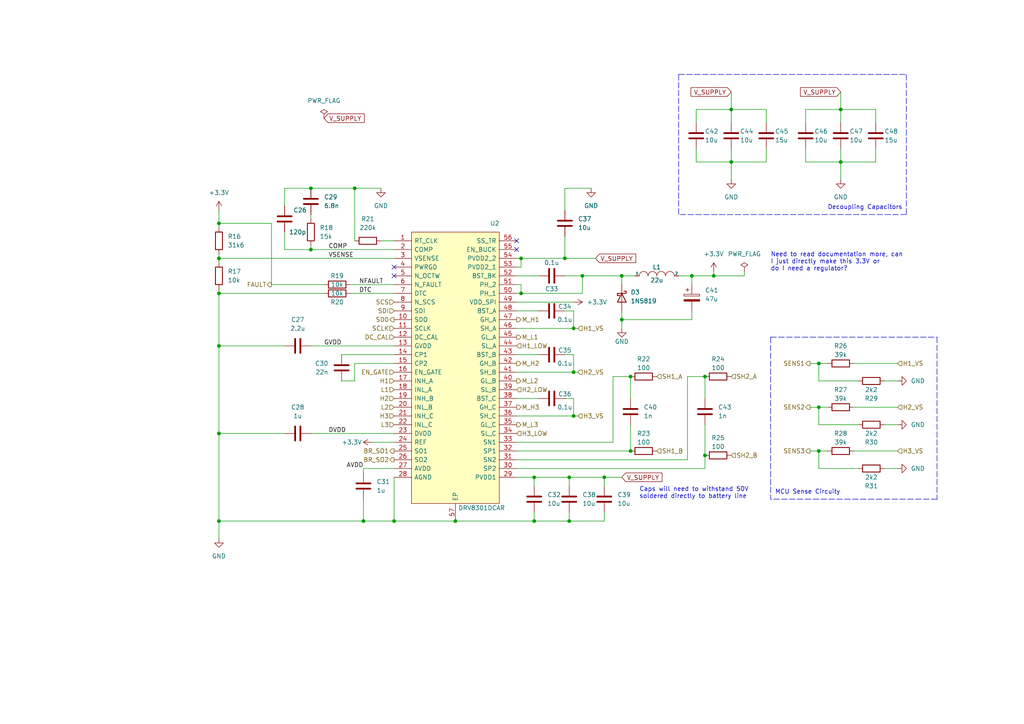
<source format=kicad_sch>
(kicad_sch (version 20211123) (generator eeschema)
  (paper "A4")
  (title_block (title "BLDC Electronic Speed Controller 1.0") (date "2023-01-16") (rev "ESC 1.0") (company "Electrium Mobility") (comment 1 "Motor Driver"))
  (lib_symbols
    (symbol "DRV8301DCAR:DRV8301DCAR" (pin_names (offset 0.762))
      (property "Reference" "U2" (at 29.21 5.08 0))
      (property "Value" "DRV8301DCAR" (at 25.4 -77.47 0))
      (symbol "DRV8301DCAR_0_0"
        (pin input line (at 0 0 0) (length 5.08) (name "RT_CLK") (number "1"))
        (pin output line (at 0 -22.86 0) (length 5.08) (name "SDO") (number "10"))
        (pin input line (at 0 -25.4 0) (length 5.08) (name "SCLK") (number "11"))
        (pin input line (at 0 -27.94 0) (length 5.08) (name "DC_CAL") (number "12"))
        (pin passive line (at 0 -30.48 0) (length 5.08) (name "GVDD") (number "13"))
        (pin passive line (at 0 -33.02 0) (length 5.08) (name "CP1") (number "14"))
        (pin passive line (at 0 -35.56 0) (length 5.08) (name "CP2") (number "15"))
        (pin input line (at 0 -38.1 0) (length 5.08) (name "EN_GATE") (number "16"))
        (pin input line (at 0 -40.64 0) (length 5.08) (name "INH_A") (number "17"))
        (pin input line (at 0 -43.18 0) (length 5.08) (name "INL_A") (number "18"))
        (pin input line (at 0 -45.72 0) (length 5.08) (name "INH_B") (number "19"))
        (pin output line (at 0 -2.54 0) (length 5.08) (name "COMP") (number "2"))
        (pin input line (at 0 -48.26 0) (length 5.08) (name "INL_B") (number "20"))
        (pin input line (at 0 -50.8 0) (length 5.08) (name "INH_C") (number "21"))
        (pin input line (at 0 -53.34 0) (length 5.08) (name "INL_C") (number "22"))
        (pin passive line (at 0 -55.88 0) (length 5.08) (name "DVDD") (number "23"))
        (pin input line (at 0 -58.42 0) (length 5.08) (name "REF") (number "24"))
        (pin output line (at 0 -60.96 0) (length 5.08) (name "SO1") (number "25"))
        (pin output line (at 0 -63.5 0) (length 5.08) (name "SO2") (number "26"))
        (pin passive line (at 0 -66.04 0) (length 5.08) (name "AVDD") (number "27"))
        (pin power_in line (at 0 -68.58 0) (length 5.08) (name "AGND") (number "28"))
        (pin power_in line (at 35.56 -68.58 180) (length 5.08) (name "PVDD1") (number "29"))
        (pin input line (at 0 -5.08 0) (length 5.08) (name "VSENSE") (number "3"))
        (pin input line (at 35.56 -66.04 180) (length 5.08) (name "SP2") (number "30"))
        (pin input line (at 35.56 -63.5 180) (length 5.08) (name "SN2") (number "31"))
        (pin input line (at 35.56 -60.96 180) (length 5.08) (name "SP1") (number "32"))
        (pin input line (at 35.56 -58.42 180) (length 5.08) (name "SN1") (number "33"))
        (pin input line (at 35.56 -55.88 180) (length 5.08) (name "SL_C") (number "34"))
        (pin output line (at 35.56 -53.34 180) (length 5.08) (name "GL_C") (number "35"))
        (pin input line (at 35.56 -50.8 180) (length 5.08) (name "SH_C") (number "36"))
        (pin output line (at 35.56 -48.26 180) (length 5.08) (name "GH_C") (number "37"))
        (pin passive line (at 35.56 -45.72 180) (length 5.08) (name "BST_C") (number "38"))
        (pin input line (at 35.56 -43.18 180) (length 5.08) (name "SL_B") (number "39"))
        (pin output line (at 0 -7.62 0) (length 5.08) (name "PWRGD") (number "4"))
        (pin output line (at 35.56 -40.64 180) (length 5.08) (name "GL_B") (number "40"))
        (pin input line (at 35.56 -38.1 180) (length 5.08) (name "SH_B") (number "41"))
        (pin output line (at 35.56 -35.56 180) (length 5.08) (name "GH_B") (number "42"))
        (pin passive line (at 35.56 -33.02 180) (length 5.08) (name "BST_B") (number "43"))
        (pin input line (at 35.56 -30.48 180) (length 5.08) (name "SL_A") (number "44"))
        (pin output line (at 35.56 -27.94 180) (length 5.08) (name "GL_A") (number "45"))
        (pin input line (at 35.56 -25.4 180) (length 5.08) (name "SH_A") (number "46"))
        (pin output line (at 35.56 -22.86 180) (length 5.08) (name "GH_A") (number "47"))
        (pin passive line (at 35.56 -20.32 180) (length 5.08) (name "BST_A") (number "48"))
        (pin input line (at 35.56 -17.78 180) (length 5.08) (name "VDD_SPI") (number "49"))
        (pin output line (at 0 -10.16 0) (length 5.08) (name "N_OCTW") (number "5"))
        (pin passive line (at 35.56 -15.24 180) (length 5.08) (name "PH_1") (number "50"))
        (pin output line (at 35.56 -12.7 180) (length 5.08) (name "PH_2") (number "51"))
        (pin passive line (at 35.56 -10.16 180) (length 5.08) (name "BST_BK") (number "52"))
        (pin power_in line (at 35.56 -7.62 180) (length 5.08) (name "PVDD2_1") (number "53"))
        (pin power_in line (at 35.56 -5.08 180) (length 5.08) (name "PVDD2_2") (number "54"))
        (pin input line (at 35.56 -2.54 180) (length 5.08) (name "EN_BUCK") (number "55"))
        (pin input line (at 35.56 0 180) (length 5.08) (name "SS_TR") (number "56"))
        (pin passive line (at 17.78 -81.28 90) (length 5.08) (name "EP") (number "57"))
        (pin input line (at 0 -12.7 0) (length 5.08) (name "N_FAULT") (number "6"))
        (pin input line (at 0 -15.24 0) (length 5.08) (name "DTC") (number "7"))
        (pin input line (at 0 -17.78 0) (length 5.08) (name "N_SCS") (number "8"))
        (pin input line (at 0 -20.32 0) (length 5.08) (name "SDI") (number "9"))
      )
      (symbol "DRV8301DCAR_0_1"
        (polyline (pts (xy 5.08 2.54) (xy 30.48 2.54) (xy 30.48 -76.2) (xy 5.08 -76.2) (xy 5.08 2.54)) (stroke (width 0.1524)) (fill (type background)))
      )
    )
    (symbol "Device:C" (pin_numbers hide) (pin_names (offset 0.254))
      (property "Reference" "C" (at 0.635 2.54 0))
      (property "Value" "C" (at 0.635 -2.54 0))
      (symbol "C_0_1"
        (polyline (pts (xy -2.032 -0.762) (xy 2.032 -0.762)) (stroke (width 0.508)))
        (polyline (pts (xy -2.032 0.762) (xy 2.032 0.762)) (stroke (width 0.508)))
      )
      (symbol "C_1_1"
        (pin passive line (at 0 3.81 270) (length 2.794) (name "~") (number "1"))
        (pin passive line (at 0 -3.81 90) (length 2.794) (name "~") (number "2"))
      )
    )
    (symbol "Device:C_Polarized" (pin_numbers hide) (pin_names (offset 0.254))
      (property "Reference" "C" (at 0.635 2.54 0))
      (property "Value" "C_Polarized" (at 0.635 -2.54 0))
      (symbol "C_Polarized_0_1"
        (rectangle (start -2.286 0.508) (end 2.286 1.016))
        (polyline (pts (xy -1.778 2.286) (xy -0.762 2.286)))
        (polyline (pts (xy -1.27 2.794) (xy -1.27 1.778)))
        (rectangle (start 2.286 -0.508) (end -2.286 -1.016) (fill (type outline)))
      )
      (symbol "C_Polarized_1_1"
        (pin passive line (at 0 3.81 270) (length 2.794) (name "~") (number "1"))
        (pin passive line (at 0 -3.81 90) (length 2.794) (name "~") (number "2"))
      )
    )
    (symbol "Device:R" (pin_numbers hide) (pin_names (offset 0))
      (property "Reference" "R" (at 2.032 0 90))
      (property "Value" "R" (at 0 0 90))
      (symbol "R_0_1"
        (rectangle (start -1.016 -2.54) (end 1.016 2.54) (stroke (width 0.254)))
      )
      (symbol "R_1_1"
        (pin passive line (at 0 3.81 270) (length 1.27) (name "~") (number "1"))
        (pin passive line (at 0 -3.81 90) (length 1.27) (name "~") (number "2"))
      )
    )
    (symbol "Diode:1N5819" (pin_numbers hide) (pin_names (offset 1.016) hide)
      (property "Reference" "D" (at 0 2.54 0))
      (property "Value" "1N5819" (at 0 -2.54 0))
      (symbol "1N5819_0_1"
        (polyline (pts (xy 1.27 0) (xy -1.27 0)))
        (polyline (pts (xy 1.27 1.27) (xy 1.27 -1.27) (xy -1.27 0) (xy 1.27 1.27)) (stroke (width 0.254)))
        (polyline (pts (xy -1.905 0.635) (xy -1.905 1.27) (xy -1.27 1.27) (xy -1.27 -1.27) (xy -0.635 -1.27) (xy -0.635 -0.635)) (stroke (width 0.254)))
      )
      (symbol "1N5819_1_1"
        (pin passive line (at -3.81 0 0) (length 2.54) (name "K") (number "1"))
        (pin passive line (at 3.81 0 180) (length 2.54) (name "A") (number "2"))
      )
    )
    (symbol "power:+3.3V" (power) (pin_names (offset 0))
      (property "Value" "+3.3V" (at 0 3.556 0))
      (symbol "+3.3V_0_1"
        (polyline (pts (xy -0.762 1.27) (xy 0 2.54)))
        (polyline (pts (xy 0 0) (xy 0 2.54)))
        (polyline (pts (xy 0 2.54) (xy 0.762 1.27)))
      )
      (symbol "+3.3V_1_1"
        (pin power_in line (at 0 0 90) (length 0) hide (name "+3.3V") (number "1"))
      )
    )
    (symbol "power:GND" (power) (pin_names (offset 0))
      (property "Value" "GND" (at 0 -3.81 0))
      (symbol "GND_0_1"
        (polyline (pts (xy 0 0) (xy 0 -1.27) (xy 1.27 -1.27) (xy 0 -2.54) (xy -1.27 -1.27) (xy 0 -1.27)))
      )
      (symbol "GND_1_1"
        (pin power_in line (at 0 0 270) (length 0) hide (name "GND") (number "1"))
      )
    )
    (symbol "power:PWR_FLAG" (power) (pin_numbers hide) (pin_names (offset 0) hide)
      (property "Value" "PWR_FLAG" (at 0 3.81 0))
      (symbol "PWR_FLAG_0_0"
        (pin power_out line (at 0 0 90) (length 0) (name "pwr") (number "1"))
      )
      (symbol "PWR_FLAG_0_1"
        (polyline (pts (xy 0 0) (xy 0 1.27) (xy -1.016 1.905) (xy 0 2.54) (xy 1.016 1.905) (xy 0 1.27)))
      )
    )
    (symbol "pspice:INDUCTOR" (pin_numbers hide) (pin_names (offset 0))
      (property "Reference" "L" (at 0 2.54 0))
      (property "Value" "INDUCTOR" (at 0 -1.27 0))
      (symbol "INDUCTOR_0_1"
        (arc (start -2.54 0) (mid -3.81 1.27) (end -5.08 0))
        (arc (start 0 0) (mid -1.27 1.27) (end -2.54 0))
        (arc (start 2.54 0) (mid 1.27 1.27) (end 0 0))
        (arc (start 5.08 0) (mid 3.81 1.27) (end 2.54 0))
      )
      (symbol "INDUCTOR_1_1"
        (pin input line (at -6.35 0 0) (length 1.27) (name "1") (number "1"))
        (pin input line (at 6.35 0 180) (length 1.27) (name "2") (number "2"))
      )
    )
  )
  (junction (at 237.49 105.41))
  (junction (at 132.08 151.13))
  (junction (at 165.1 138.43))
  (junction (at 175.26 138.43))
  (junction (at 168.91 80.01))
  (junction (at 63.5 125.73))
  (junction (at 166.37 95.25))
  (junction (at 151.13 74.93))
  (junction (at 200.66 80.01))
  (junction (at 151.13 85.09))
  (junction (at 243.84 31.75))
  (junction (at 63.5 74.93))
  (junction (at 166.37 107.95))
  (junction (at 63.5 85.09))
  (junction (at 243.84 46.99))
  (junction (at 207.01 80.01))
  (junction (at 63.5 64.77))
  (junction (at 180.34 80.01))
  (junction (at 90.17 72.39))
  (junction (at 114.3 151.13))
  (junction (at 90.17 54.61))
  (junction (at 204.47 132.08))
  (junction (at 63.5 151.13))
  (junction (at 180.34 92.71))
  (junction (at 163.83 74.93))
  (junction (at 63.5 100.33))
  (junction (at 166.37 120.65))
  (junction (at 165.1 151.13))
  (junction (at 212.09 31.75))
  (junction (at 154.94 151.13))
  (junction (at 105.41 151.13))
  (junction (at 212.09 46.99))
  (junction (at 237.49 118.11))
  (junction (at 182.88 109.22))
  (junction (at 237.49 130.81))
  (junction (at 102.87 54.61))
  (junction (at 154.94 138.43))
  (junction (at 182.88 130.81))
  (junction (at 204.47 109.22))
  (no_connect (at 114.3 80.01))
  (no_connect (at 149.86 69.85))
  (no_connect (at 149.86 72.39))
  (no_connect (at 114.3 77.47))
  (wire (pts (xy 105.41 135.89) (xy 105.41 137.16)))
  (wire (pts (xy 163.83 102.87) (xy 166.37 102.87)))
  (wire (pts (xy 149.86 90.17) (xy 156.21 90.17)))
  (wire (pts (xy 237.49 130.81) (xy 240.03 130.81)))
  (wire (pts (xy 243.84 46.99) (xy 254 46.99)))
  (wire (pts (xy 256.54 110.49) (xy 260.35 110.49)))
  (wire (pts (xy 201.93 46.99) (xy 212.09 46.99)))
  (polyline (pts (xy 262.89 21.59) (xy 262.89 62.23)))
  (wire (pts (xy 256.54 135.89) (xy 260.35 135.89)))
  (polyline (pts (xy 271.78 97.79) (xy 271.78 144.78)))
  (wire (pts (xy 149.86 133.35) (xy 199.39 133.35)))
  (wire (pts (xy 149.86 82.55) (xy 151.13 82.55)))
  (wire (pts (xy 182.88 109.22) (xy 182.88 115.57)))
  (wire (pts (xy 166.37 87.63) (xy 149.86 87.63)))
  (wire (pts (xy 63.5 83.82) (xy 63.5 85.09)))
  (wire (pts (xy 175.26 148.59) (xy 175.26 151.13)))
  (wire (pts (xy 233.68 31.75) (xy 233.68 35.56)))
  (wire (pts (xy 102.87 105.41) (xy 114.3 105.41)))
  (wire (pts (xy 149.86 95.25) (xy 166.37 95.25)))
  (wire (pts (xy 237.49 110.49) (xy 248.92 110.49)))
  (wire (pts (xy 154.94 151.13) (xy 132.08 151.13)))
  (wire (pts (xy 90.17 54.61) (xy 102.87 54.61)))
  (wire (pts (xy 154.94 140.97) (xy 154.94 138.43)))
  (wire (pts (xy 237.49 123.19) (xy 248.92 123.19)))
  (wire (pts (xy 163.83 115.57) (xy 166.37 115.57)))
  (wire (pts (xy 82.55 72.39) (xy 90.17 72.39)))
  (wire (pts (xy 237.49 105.41) (xy 240.03 105.41)))
  (wire (pts (xy 237.49 135.89) (xy 248.92 135.89)))
  (wire (pts (xy 99.06 110.49) (xy 102.87 110.49)))
  (polyline (pts (xy 196.85 21.59) (xy 196.85 62.23)))
  (wire (pts (xy 163.83 68.58) (xy 163.83 74.93)))
  (wire (pts (xy 110.49 69.85) (xy 114.3 69.85)))
  (wire (pts (xy 175.26 138.43) (xy 180.34 138.43)))
  (wire (pts (xy 63.5 74.93) (xy 114.3 74.93)))
  (wire (pts (xy 149.86 115.57) (xy 156.21 115.57)))
  (wire (pts (xy 63.5 85.09) (xy 93.98 85.09)))
  (wire (pts (xy 102.87 110.49) (xy 102.87 105.41)))
  (wire (pts (xy 166.37 120.65) (xy 167.64 120.65)))
  (wire (pts (xy 243.84 26.67) (xy 243.84 31.75)))
  (wire (pts (xy 63.5 100.33) (xy 82.55 100.33)))
  (wire (pts (xy 82.55 59.69) (xy 82.55 54.61)))
  (wire (pts (xy 233.68 43.18) (xy 233.68 46.99)))
  (wire (pts (xy 212.09 46.99) (xy 222.25 46.99)))
  (wire (pts (xy 90.17 125.73) (xy 114.3 125.73)))
  (wire (pts (xy 204.47 109.22) (xy 199.39 109.22)))
  (polyline (pts (xy 223.52 97.79) (xy 271.78 97.79)))
  (wire (pts (xy 63.5 125.73) (xy 82.55 125.73)))
  (wire (pts (xy 163.83 80.01) (xy 168.91 80.01)))
  (wire (pts (xy 154.94 138.43) (xy 165.1 138.43)))
  (wire (pts (xy 151.13 74.93) (xy 151.13 77.47)))
  (wire (pts (xy 63.5 125.73) (xy 63.5 100.33)))
  (wire (pts (xy 177.8 128.27) (xy 177.8 109.22)))
  (wire (pts (xy 101.6 85.09) (xy 114.3 85.09)))
  (wire (pts (xy 165.1 140.97) (xy 165.1 138.43)))
  (wire (pts (xy 199.39 133.35) (xy 199.39 109.22)))
  (wire (pts (xy 63.5 60.96) (xy 63.5 64.77)))
  (wire (pts (xy 243.84 46.99) (xy 243.84 52.07)))
  (wire (pts (xy 237.49 118.11) (xy 237.49 123.19)))
  (wire (pts (xy 175.26 151.13) (xy 165.1 151.13)))
  (wire (pts (xy 237.49 105.41) (xy 237.49 110.49)))
  (wire (pts (xy 154.94 148.59) (xy 154.94 151.13)))
  (wire (pts (xy 163.83 60.96) (xy 163.83 54.61)))
  (wire (pts (xy 165.1 148.59) (xy 165.1 151.13)))
  (wire (pts (xy 222.25 31.75) (xy 222.25 35.56)))
  (wire (pts (xy 149.86 85.09) (xy 151.13 85.09)))
  (wire (pts (xy 200.66 80.01) (xy 207.01 80.01)))
  (wire (pts (xy 163.83 90.17) (xy 166.37 90.17)))
  (wire (pts (xy 63.5 74.93) (xy 63.5 73.66)))
  (wire (pts (xy 90.17 71.12) (xy 90.17 72.39)))
  (wire (pts (xy 180.34 92.71) (xy 180.34 95.25)))
  (wire (pts (xy 204.47 132.08) (xy 204.47 123.19)))
  (wire (pts (xy 222.25 46.99) (xy 222.25 43.18)))
  (wire (pts (xy 212.09 43.18) (xy 212.09 46.99)))
  (wire (pts (xy 237.49 118.11) (xy 240.03 118.11)))
  (wire (pts (xy 63.5 100.33) (xy 63.5 85.09)))
  (wire (pts (xy 201.93 43.18) (xy 201.93 46.99)))
  (wire (pts (xy 166.37 90.17) (xy 166.37 95.25)))
  (wire (pts (xy 215.9 80.01) (xy 215.9 78.74)))
  (wire (pts (xy 212.09 31.75) (xy 212.09 35.56)))
  (wire (pts (xy 166.37 102.87) (xy 166.37 107.95)))
  (wire (pts (xy 166.37 107.95) (xy 167.64 107.95)))
  (polyline (pts (xy 196.85 21.59) (xy 262.89 21.59)))
  (wire (pts (xy 182.88 130.81) (xy 149.86 130.81)))
  (wire (pts (xy 234.95 130.81) (xy 237.49 130.81)))
  (wire (pts (xy 212.09 31.75) (xy 222.25 31.75)))
  (wire (pts (xy 151.13 82.55) (xy 151.13 85.09)))
  (wire (pts (xy 166.37 115.57) (xy 166.37 120.65)))
  (polyline (pts (xy 271.78 144.78) (xy 223.52 144.78)))
  (wire (pts (xy 149.86 77.47) (xy 151.13 77.47)))
  (wire (pts (xy 165.1 138.43) (xy 175.26 138.43)))
  (wire (pts (xy 114.3 135.89) (xy 105.41 135.89)))
  (wire (pts (xy 82.55 67.31) (xy 82.55 72.39)))
  (wire (pts (xy 247.65 105.41) (xy 260.35 105.41)))
  (wire (pts (xy 78.74 64.77) (xy 63.5 64.77)))
  (wire (pts (xy 177.8 109.22) (xy 182.88 109.22)))
  (polyline (pts (xy 262.89 62.23) (xy 196.85 62.23)))
  (wire (pts (xy 149.86 107.95) (xy 166.37 107.95)))
  (wire (pts (xy 237.49 130.81) (xy 237.49 135.89)))
  (wire (pts (xy 163.83 74.93) (xy 172.72 74.93)))
  (wire (pts (xy 212.09 46.99) (xy 212.09 52.07)))
  (wire (pts (xy 105.41 144.78) (xy 105.41 151.13)))
  (wire (pts (xy 247.65 130.81) (xy 260.35 130.81)))
  (wire (pts (xy 149.86 128.27) (xy 177.8 128.27)))
  (wire (pts (xy 151.13 85.09) (xy 168.91 85.09)))
  (wire (pts (xy 207.01 80.01) (xy 215.9 80.01)))
  (wire (pts (xy 200.66 90.17) (xy 200.66 92.71)))
  (wire (pts (xy 107.95 128.27) (xy 114.3 128.27)))
  (wire (pts (xy 243.84 31.75) (xy 233.68 31.75)))
  (wire (pts (xy 151.13 74.93) (xy 163.83 74.93)))
  (wire (pts (xy 63.5 125.73) (xy 63.5 151.13)))
  (wire (pts (xy 63.5 151.13) (xy 63.5 156.21)))
  (wire (pts (xy 212.09 26.67) (xy 212.09 31.75)))
  (wire (pts (xy 149.86 135.89) (xy 204.47 135.89)))
  (wire (pts (xy 254 46.99) (xy 254 43.18)))
  (wire (pts (xy 114.3 138.43) (xy 114.3 151.13)))
  (wire (pts (xy 168.91 80.01) (xy 168.91 85.09)))
  (wire (pts (xy 180.34 80.01) (xy 180.34 82.55)))
  (wire (pts (xy 180.34 92.71) (xy 200.66 92.71)))
  (wire (pts (xy 175.26 140.97) (xy 175.26 138.43)))
  (wire (pts (xy 234.95 118.11) (xy 237.49 118.11)))
  (wire (pts (xy 180.34 90.17) (xy 180.34 92.71)))
  (wire (pts (xy 200.66 80.01) (xy 200.66 82.55)))
  (wire (pts (xy 101.6 82.55) (xy 114.3 82.55)))
  (wire (pts (xy 114.3 151.13) (xy 132.08 151.13)))
  (wire (pts (xy 247.65 118.11) (xy 260.35 118.11)))
  (wire (pts (xy 78.74 64.77) (xy 78.74 82.55)))
  (wire (pts (xy 165.1 151.13) (xy 154.94 151.13)))
  (wire (pts (xy 63.5 64.77) (xy 63.5 66.04)))
  (wire (pts (xy 78.74 82.55) (xy 93.98 82.55)))
  (wire (pts (xy 105.41 151.13) (xy 114.3 151.13)))
  (polyline (pts (xy 223.52 97.79) (xy 223.52 144.78)))
  (wire (pts (xy 201.93 31.75) (xy 201.93 35.56)))
  (wire (pts (xy 82.55 54.61) (xy 90.17 54.61)))
  (wire (pts (xy 149.86 120.65) (xy 166.37 120.65)))
  (wire (pts (xy 63.5 74.93) (xy 63.5 76.2)))
  (wire (pts (xy 168.91 80.01) (xy 180.34 80.01)))
  (wire (pts (xy 196.85 80.01) (xy 200.66 80.01)))
  (wire (pts (xy 63.5 151.13) (xy 105.41 151.13)))
  (wire (pts (xy 207.01 78.74) (xy 207.01 80.01)))
  (wire (pts (xy 163.83 54.61) (xy 171.45 54.61)))
  (wire (pts (xy 102.87 54.61) (xy 110.49 54.61)))
  (wire (pts (xy 233.68 46.99) (xy 243.84 46.99)))
  (wire (pts (xy 90.17 100.33) (xy 114.3 100.33)))
  (wire (pts (xy 243.84 43.18) (xy 243.84 46.99)))
  (wire (pts (xy 90.17 72.39) (xy 114.3 72.39)))
  (wire (pts (xy 204.47 135.89) (xy 204.47 132.08)))
  (wire (pts (xy 212.09 31.75) (xy 201.93 31.75)))
  (wire (pts (xy 90.17 62.23) (xy 90.17 63.5)))
  (wire (pts (xy 180.34 80.01) (xy 184.15 80.01)))
  (wire (pts (xy 149.86 80.01) (xy 156.21 80.01)))
  (wire (pts (xy 243.84 31.75) (xy 254 31.75)))
  (wire (pts (xy 166.37 95.25) (xy 167.64 95.25)))
  (wire (pts (xy 254 31.75) (xy 254 35.56)))
  (wire (pts (xy 256.54 123.19) (xy 260.35 123.19)))
  (wire (pts (xy 182.88 123.19) (xy 182.88 130.81)))
  (wire (pts (xy 149.86 74.93) (xy 151.13 74.93)))
  (wire (pts (xy 234.95 105.41) (xy 237.49 105.41)))
  (wire (pts (xy 149.86 138.43) (xy 154.94 138.43)))
  (wire (pts (xy 149.86 102.87) (xy 156.21 102.87)))
  (wire (pts (xy 243.84 31.75) (xy 243.84 35.56)))
  (wire (pts (xy 204.47 115.57) (xy 204.47 109.22)))
  (wire (pts (xy 102.87 54.61) (xy 102.87 69.85)))
  (wire (pts (xy 99.06 102.87) (xy 114.3 102.87)))
  (text "Decoupling Capacitors\n" (at 240.03 60.96 0) (effects (font (size 1.27 1.27)) (justify left bottom)))
  (text "MCU Sense Circuity\n" (at 224.79 143.51 0) (effects (font (size 1.27 1.27)) (justify left bottom)))
  (text "Caps will need to withstand 50V\nsoldered directly to battery line\n" (at 185.42 144.78 0) (effects (font (size 1.27 1.27)) (justify left bottom)))
  (text "Need to read documentation more, can \nI just directly make this 3.3V or \ndo I need a regulator?" (at 223.52 78.74 0) (effects (font (size 1.27 1.27)) (justify left bottom)))
  (label "NFAULT" (at 104.14 82.55 0))
  (label "DTC" (at 104.14 85.09 0))
  (label "COMP" (at 95.25 72.39 0))
  (label "GVDD" (at 93.98 100.33 0))
  (label "DVDD" (at 95.25 125.73 0))
  (label "VSENSE" (at 95.25 74.93 0))
  (label "AVDD" (at 105.41 135.89 180))
  (global_label "V_SUPPLY" (shape input) (at 93.98 34.29 0) (property "Intersheet References" "${INTERSHEET_REFS}" (effects hide)))
  (global_label "V_SUPPLY" (shape input) (at 172.72 74.93 0) (property "Intersheet References" "${INTERSHEET_REFS}" (effects hide)))
  (global_label "V_SUPPLY" (shape input) (at 180.34 138.43 0) (property "Intersheet References" "${INTERSHEET_REFS}" (effects hide)))
  (global_label "V_SUPPLY" (shape input) (at 243.84 26.67 180) (property "Intersheet References" "${INTERSHEET_REFS}" (effects hide)))
  (global_label "V_SUPPLY" (shape input) (at 212.09 26.67 180) (property "Intersheet References" "${INTERSHEET_REFS}" (effects hide)))
  (hierarchical_label "L2" (shape input) (at 114.3 118.11 180))
  (hierarchical_label "SH2_B" (shape input) (at 212.09 132.08 0))
  (hierarchical_label "H3_VS" (shape input) (at 167.64 120.65 0))
  (hierarchical_label "SD0" (shape output) (at 114.3 92.71 180))
  (hierarchical_label "SENS2" (shape output) (at 234.95 118.11 180))
  (hierarchical_label "SH1_B" (shape input) (at 190.5 130.81 0))
  (hierarchical_label "H1" (shape input) (at 114.3 110.49 180))
  (hierarchical_label "M_L3" (shape output) (at 149.86 123.19 0))
  (hierarchical_label "H2_VS" (shape input) (at 260.35 118.11 0))
  (hierarchical_label "M_L1" (shape output) (at 149.86 97.79 0))
  (hierarchical_label "BR_SO1" (shape output) (at 114.3 130.81 180))
  (hierarchical_label "H2" (shape input) (at 114.3 115.57 180))
  (hierarchical_label "SCS" (shape input) (at 114.3 87.63 180))
  (hierarchical_label "L1" (shape input) (at 114.3 113.03 180))
  (hierarchical_label "BR_SO2" (shape output) (at 114.3 133.35 180))
  (hierarchical_label "H2_LOW" (shape input) (at 149.86 113.03 0))
  (hierarchical_label "FAULT" (shape output) (at 78.74 82.55 180))
  (hierarchical_label "M_L2" (shape output) (at 149.86 110.49 0))
  (hierarchical_label "EN_GATE" (shape input) (at 114.3 107.95 180))
  (hierarchical_label "H2_VS" (shape input) (at 167.64 107.95 0))
  (hierarchical_label "H1_LOW" (shape input) (at 149.86 100.33 0))
  (hierarchical_label "M_H1" (shape output) (at 149.86 92.71 0))
  (hierarchical_label "DC_CAL" (shape input) (at 114.3 97.79 180))
  (hierarchical_label "H1_VS" (shape input) (at 167.64 95.25 0))
  (hierarchical_label "L3" (shape input) (at 114.3 123.19 180))
  (hierarchical_label "SH2_A" (shape input) (at 212.09 109.22 0))
  (hierarchical_label "SDI" (shape input) (at 114.3 90.17 180))
  (hierarchical_label "M_H3" (shape output) (at 149.86 118.11 0))
  (hierarchical_label "SH1_A" (shape input) (at 190.5 109.22 0))
  (hierarchical_label "H3_VS" (shape input) (at 260.35 130.81 0))
  (hierarchical_label "SENS1" (shape output) (at 234.95 105.41 180))
  (hierarchical_label "H1_VS" (shape input) (at 260.35 105.41 0))
  (hierarchical_label "SENS3" (shape output) (at 234.95 130.81 180))
  (hierarchical_label "H3" (shape input) (at 114.3 120.65 180))
  (hierarchical_label "M_H2" (shape output) (at 149.86 105.41 0))
  (hierarchical_label "SCLK" (shape input) (at 114.3 95.25 180))
  (hierarchical_label "H3_LOW" (shape input) (at 149.86 125.73 0))
  (symbol (lib_id "power:GND") (at 260.35 123.19 90) (unit 1)
    (property "Reference" "#PWR0145" (effects hide))
    (property "Value" "GND" (at 264.16 123.1899 90) (effects (justify right)))
  )
  (symbol (lib_id "Device:C") (at 175.26 144.78 0) (unit 1)
    (property "Reference" "C39" (at 179.07 143.5099 0) (effects (justify left)))
    (property "Value" "10u" (at 179.07 146.0499 0) (effects (justify left)))
    (property "Footprint" "Capacitor_SMD:C_0603_1608Metric" (effects hide))
  )
  (symbol (lib_id "Device:C") (at 160.02 115.57 90) (unit 1)
    (property "Reference" "C36" (at 163.83 114.3 90))
    (property "Value" "0.1u" (at 163.83 118.11 90))
    (property "Footprint" "Capacitor_SMD:C_0603_1608Metric" (effects hide))
  )
  (symbol (lib_id "Device:C") (at 86.36 125.73 90) (unit 1)
    (property "Reference" "C28" (at 86.36 118.11 90))
    (property "Value" "1u" (at 86.36 120.65 90))
    (property "Footprint" "Capacitor_SMD:C_0603_1608Metric" (effects hide))
  )
  (symbol (lib_id "Device:C") (at 233.68 39.37 0) (unit 1)
    (property "Reference" "C46" (at 236.22 38.1 0) (effects (justify left)))
    (property "Value" "10u" (at 236.22 40.64 0) (effects (justify left)))
    (property "Footprint" "Capacitor_SMD:C_0603_1608Metric" (effects hide))
  )
  (symbol (lib_id "Device:R") (at 90.17 67.31 180) (unit 1)
    (property "Reference" "R18" (at 92.71 66.0399 0) (effects (justify right)))
    (property "Value" "15k" (at 92.71 68.5799 0) (effects (justify right)))
    (property "Footprint" "Resistor_SMD:R_0603_1608Metric" (effects hide))
  )
  (symbol (lib_id "Diode:1N5819") (at 180.34 86.36 270) (unit 1)
    (property "Reference" "D3" (at 182.88 84.7724 90) (effects (justify left)))
    (property "Value" "1N5819" (at 182.88 87.3124 90) (effects (justify left)))
    (property "Footprint" "Diode_THT:D_DO-41_SOD81_P10.16mm_Horizontal" (effects hide))
    (property "Datasheet" "http://www.vishay.com/docs/88525/1n5817.pdf" (effects hide))
  )
  (symbol (lib_id "Device:R") (at 97.79 82.55 90) (unit 1)
    (property "Reference" "R19" (at 97.79 80.01 90))
    (property "Value" "10k" (at 97.79 82.55 90))
    (property "Footprint" "Resistor_SMD:R_0603_1608Metric" (effects hide))
  )
  (symbol (lib_id "Device:C") (at 212.09 39.37 0) (unit 1)
    (property "Reference" "C44" (at 214.63 38.1 0) (effects (justify left)))
    (property "Value" "10u" (at 214.63 40.64 0) (effects (justify left)))
    (property "Footprint" "Capacitor_SMD:C_0603_1608Metric" (effects hide))
  )
  (symbol (lib_id "power:GND") (at 260.35 135.89 90) (unit 1)
    (property "Reference" "#PWR0144" (effects hide))
    (property "Value" "GND" (at 264.16 135.8899 90) (effects (justify right)))
  )
  (symbol (lib_id "Device:C") (at 204.47 119.38 0) (unit 1)
    (property "Reference" "C43" (at 208.28 118.1099 0) (effects (justify left)))
    (property "Value" "1n" (at 208.28 120.6499 0) (effects (justify left)))
    (property "Footprint" "Capacitor_SMD:C_0603_1608Metric" (effects hide))
  )
  (symbol (lib_id "power:GND") (at 180.34 95.25 0) (unit 1)
    (property "Reference" "#PWR0143" (effects hide))
    (property "Value" "GND" (at 180.34 99.06 0))
  )
  (symbol (lib_id "Device:C") (at 105.41 140.97 0) (unit 1)
    (property "Reference" "C31" (at 109.22 139.6999 0) (effects (justify left)))
    (property "Value" "1u" (at 109.22 142.2399 0) (effects (justify left)))
    (property "Footprint" "Capacitor_SMD:C_0603_1608Metric" (effects hide))
  )
  (symbol (lib_id "power:+3.3V") (at 63.5 60.96 0) (unit 1)
    (property "Reference" "#PWR0138" (effects hide))
    (property "Value" "+3.3V" (at 63.5 55.88 0))
  )
  (symbol (lib_id "Device:R") (at 208.28 132.08 270) (unit 1)
    (property "Reference" "R25" (at 208.28 127 90))
    (property "Value" "100" (at 208.28 129.54 90))
    (property "Footprint" "Resistor_SMD:R_0603_1608Metric" (effects hide))
  )
  (symbol (lib_id "Device:C") (at 160.02 102.87 90) (unit 1)
    (property "Reference" "C35" (at 163.83 101.6 90))
    (property "Value" "0.1u" (at 163.83 105.41 90))
    (property "Footprint" "Capacitor_SMD:C_0603_1608Metric" (effects hide))
  )
  (symbol (lib_id "Device:C") (at 165.1 144.78 0) (unit 1)
    (property "Reference" "C38" (at 168.91 143.5099 0) (effects (justify left)))
    (property "Value" "10u" (at 168.91 146.0499 0) (effects (justify left)))
    (property "Footprint" "Capacitor_SMD:C_0603_1608Metric" (effects hide))
  )
  (symbol (lib_id "power:+3.3V") (at 207.01 78.74 0) (unit 1)
    (property "Reference" "#PWR0148" (effects hide))
    (property "Value" "+3.3V" (at 207.01 73.66 0))
  )
  (symbol (lib_id "Device:R") (at 97.79 85.09 90) (unit 1)
    (property "Reference" "R20" (at 97.79 87.63 90))
    (property "Value" "10k" (at 97.79 85.09 90))
    (property "Footprint" "Resistor_SMD:R_0603_1608Metric" (effects hide))
  )
  (symbol (lib_id "Device:C") (at 86.36 100.33 90) (unit 1)
    (property "Reference" "C27" (at 86.36 92.71 90))
    (property "Value" "2.2u" (at 86.36 95.25 90))
    (property "Footprint" "Capacitor_SMD:C_0603_1608Metric" (effects hide))
  )
  (symbol (lib_id "power:GND") (at 110.49 54.61 0) (unit 1)
    (property "Reference" "#PWR0137" (effects hide))
    (property "Value" "GND" (at 110.49 59.69 0))
  )
  (symbol (lib_id "Device:R") (at 106.68 69.85 90) (unit 1)
    (property "Reference" "R21" (at 106.68 63.5 90))
    (property "Value" "220k" (at 106.68 66.04 90))
    (property "Footprint" "Resistor_SMD:R_0603_1608Metric" (effects hide))
  )
  (symbol (lib_id "Device:R") (at 252.73 123.19 270) (unit 1)
    (property "Reference" "R30" (at 252.73 128.27 90))
    (property "Value" "2k2" (at 252.73 125.73 90))
    (property "Footprint" "Resistor_SMD:R_0603_1608Metric" (effects hide))
  )
  (symbol (lib_id "Device:C") (at 254 39.37 0) (unit 1)
    (property "Reference" "C48" (at 256.54 38.1 0) (effects (justify left)))
    (property "Value" "15u" (at 256.54 40.64 0) (effects (justify left)))
    (property "Footprint" "Capacitor_SMD:C_0603_1608Metric" (effects hide))
  )
  (symbol (lib_id "Device:C") (at 201.93 39.37 0) (unit 1)
    (property "Reference" "C42" (at 204.47 38.1 0) (effects (justify left)))
    (property "Value" "10u" (at 204.47 40.64 0) (effects (justify left)))
    (property "Footprint" "Capacitor_SMD:C_0603_1608Metric" (effects hide))
  )
  (symbol (lib_id "Device:R") (at 63.5 80.01 0) (unit 1)
    (property "Reference" "R17" (at 66.04 78.7399 0) (effects (justify left)))
    (property "Value" "10k" (at 66.04 81.2799 0) (effects (justify left)))
    (property "Footprint" "Resistor_SMD:R_0603_1608Metric" (effects hide))
  )
  (symbol (lib_id "Device:R") (at 243.84 130.81 90) (unit 1)
    (property "Reference" "R28" (at 243.84 125.73 90))
    (property "Value" "39k" (at 243.84 128.27 90))
    (property "Footprint" "Resistor_SMD:R_0603_1608Metric" (effects hide))
  )
  (symbol (lib_id "power:GND") (at 171.45 54.61 0) (unit 1)
    (property "Reference" "#PWR0149" (effects hide))
    (property "Value" "GND" (at 171.45 59.69 0))
  )
  (symbol (lib_id "power:+3.3V") (at 107.95 128.27 90) (unit 1)
    (property "Reference" "#PWR0139" (effects hide))
    (property "Value" "+3.3V" (at 99.06 128.27 90) (effects (justify right)))
  )
  (symbol (lib_id "Device:C") (at 222.25 39.37 0) (unit 1)
    (property "Reference" "C45" (at 224.79 38.1 0) (effects (justify left)))
    (property "Value" "15u" (at 224.79 40.64 0) (effects (justify left)))
    (property "Footprint" "Capacitor_SMD:C_0603_1608Metric" (effects hide))
  )
  (symbol (lib_id "Device:R") (at 243.84 105.41 90) (unit 1)
    (property "Reference" "R26" (at 243.84 100.33 90))
    (property "Value" "39k" (at 243.84 102.87 90))
    (property "Footprint" "Resistor_SMD:R_0603_1608Metric" (effects hide))
  )
  (symbol (lib_id "Device:R") (at 63.5 69.85 0) (unit 1)
    (property "Reference" "R16" (at 66.04 68.5799 0) (effects (justify left)))
    (property "Value" "31k6" (at 66.04 71.1199 0) (effects (justify left)))
    (property "Footprint" "Resistor_SMD:R_0603_1608Metric" (effects hide))
  )
  (symbol (lib_id "Device:C_Polarized") (at 200.66 86.36 0) (unit 1)
    (property "Reference" "C41" (at 204.47 84.2009 0) (effects (justify left)))
    (property "Value" "47u" (at 204.47 86.7409 0) (effects (justify left)))
    (property "Footprint" "Capacitor_THT:CP_Radial_D10.0mm_P5.00mm" (effects hide))
  )
  (symbol (lib_id "power:+3.3V") (at 166.37 87.63 270) (unit 1)
    (property "Reference" "#PWR0142" (effects hide))
    (property "Value" "+3.3V" (at 170.18 87.6299 90) (effects (justify left)))
  )
  (symbol (lib_id "Device:C") (at 163.83 64.77 0) (unit 1)
    (property "Reference" "C37" (at 167.64 63.4999 0) (effects (justify left)))
    (property "Value" "10u" (at 167.64 66.0399 0) (effects (justify left)))
    (property "Footprint" "Capacitor_SMD:C_0603_1608Metric" (effects hide))
  )
  (symbol (lib_id "Device:C") (at 182.88 119.38 0) (unit 1)
    (property "Reference" "C40" (at 186.69 118.1099 0) (effects (justify left)))
    (property "Value" "1n" (at 186.69 120.6499 0) (effects (justify left)))
    (property "Footprint" "Capacitor_SMD:C_0603_1608Metric" (effects hide))
  )
  (symbol (lib_id "Device:C") (at 160.02 80.01 90) (unit 1)
    (property "Reference" "C33" (at 160.02 83.82 90))
    (property "Value" "0.1u" (at 160.02 76.2 90))
    (property "Footprint" "Capacitor_SMD:C_0603_1608Metric" (effects hide))
  )
  (symbol (lib_id "Device:R") (at 186.69 109.22 270) (unit 1)
    (property "Reference" "R22" (at 186.69 104.14 90))
    (property "Value" "100" (at 186.69 106.68 90))
    (property "Footprint" "Resistor_SMD:R_0603_1608Metric" (effects hide))
  )
  (symbol (lib_id "Device:R") (at 186.69 130.81 270) (unit 1)
    (property "Reference" "R23" (at 186.69 125.73 90))
    (property "Value" "100" (at 186.69 128.27 90))
    (property "Footprint" "Resistor_SMD:R_0603_1608Metric" (effects hide))
  )
  (symbol (lib_id "power:GND") (at 63.5 156.21 0) (unit 1)
    (property "Reference" "#PWR0140" (effects hide))
    (property "Value" "GND" (at 63.5 161.29 0))
  )
  (symbol (lib_id "Device:R") (at 208.28 109.22 270) (unit 1)
    (property "Reference" "R24" (at 208.28 104.14 90))
    (property "Value" "100" (at 208.28 106.68 90))
    (property "Footprint" "Resistor_SMD:R_0603_1608Metric" (effects hide))
  )
  (symbol (lib_id "power:GND") (at 260.35 110.49 90) (unit 1)
    (property "Reference" "#PWR0146" (effects hide))
    (property "Value" "GND" (at 264.16 110.4899 90) (effects (justify right)))
  )
  (symbol (lib_id "DRV8301DCAR:DRV8301DCAR") (at 114.3 69.85 0) (unit 1)
    (property "Reference" "U2" (at 143.51 64.77 0))
    (property "Value" "DRV8301DCAR" (at 139.7 147.32 0))
    (property "Footprint" "SOP50P810X120-57N" (effects hide))
    (property "Datasheet" "http://www.ti.com/lit/gpn/drv8301" (effects hide))
    (property "Description" "3-Phase Brushless Motor Pre-Driver with Dual Current Sense Amps and Buck Converter (PWM Ctrl w/ SPI)" (effects hide))
    (property "Height" "1.2" (effects hide))
    (property "Manufacturer_Name" "Texas Instruments" (effects hide))
    (property "Manufacturer_Part_Number" "DRV8301DCAR" (effects hide))
    (property "Mouser Part Number" "595-DRV8301DCAR" (effects hide))
    (property "Mouser Price/Stock" "https://www.mouser.co.uk/ProductDetail/Texas-Instruments/DRV8301DCAR?qs=SMj%252Bbyv09TwYHebRFanjcw%3D%3D" (effects hide))
    (property "Arrow Part Number" "DRV8301DCAR" (effects hide))
    (property "Arrow Price/Stock" "https://www.arrow.com/en/products/drv8301dcar/texas-instruments?region=nac" (effects hide))
  )
  (symbol (lib_id "Device:C") (at 90.17 58.42 0) (unit 1)
    (property "Reference" "C29" (at 93.98 57.1499 0) (effects (justify left)))
    (property "Value" "6.8n" (at 93.98 59.6899 0) (effects (justify left)))
    (property "Footprint" "Capacitor_SMD:C_0603_1608Metric" (effects hide))
  )
  (symbol (lib_id "Device:R") (at 252.73 110.49 270) (unit 1)
    (property "Reference" "R29" (at 252.73 115.57 90))
    (property "Value" "2k2" (at 252.73 113.03 90))
    (property "Footprint" "Resistor_SMD:R_0603_1608Metric" (effects hide))
  )
  (symbol (lib_id "power:GND") (at 212.09 52.07 0) (unit 1)
    (property "Reference" "#PWR0147" (effects hide))
    (property "Value" "GND" (at 212.09 57.15 0))
  )
  (symbol (lib_id "Device:C") (at 99.06 106.68 0) (mirror x) (unit 1)
    (property "Reference" "C30" (at 95.25 105.4099 0) (effects (justify right)))
    (property "Value" "22n" (at 95.25 107.9499 0) (effects (justify right)))
    (property "Footprint" "Capacitor_SMD:C_0603_1608Metric" (effects hide))
  )
  (symbol (lib_id "Device:C") (at 160.02 90.17 90) (unit 1)
    (property "Reference" "C34" (at 163.83 88.9 90))
    (property "Value" "0.1u" (at 163.83 92.71 90))
    (property "Footprint" "Capacitor_SMD:C_0603_1608Metric" (effects hide))
  )
  (symbol (lib_id "Device:R") (at 243.84 118.11 90) (unit 1)
    (property "Reference" "R27" (at 243.84 113.03 90))
    (property "Value" "39k" (at 243.84 115.57 90))
    (property "Footprint" "Resistor_SMD:R_0603_1608Metric" (effects hide))
  )
  (symbol (lib_id "Device:C") (at 243.84 39.37 0) (unit 1)
    (property "Reference" "C47" (at 246.38 38.1 0) (effects (justify left)))
    (property "Value" "10u" (at 246.38 40.64 0) (effects (justify left)))
    (property "Footprint" "Capacitor_SMD:C_0603_1608Metric" (effects hide))
  )
  (symbol (lib_id "Device:C") (at 82.55 63.5 0) (unit 1)
    (property "Reference" "C26" (at 85.09 60.96 0) (effects (justify left)))
    (property "Value" "120p" (at 83.82 67.31 0) (effects (justify left)))
    (property "Footprint" "Capacitor_SMD:C_0603_1608Metric" (effects hide))
  )
  (symbol (lib_id "power:PWR_FLAG") (at 93.98 34.29 0) (unit 1)
    (property "Reference" "#FLG0101" (effects hide))
    (property "Value" "PWR_FLAG" (at 93.98 29.21 0))
  )
  (symbol (lib_id "power:GND") (at 243.84 52.07 0) (unit 1)
    (property "Reference" "#PWR0141" (effects hide))
    (property "Value" "GND" (at 243.84 57.15 0))
  )
  (symbol (lib_id "power:PWR_FLAG") (at 215.9 78.74 0) (unit 1)
    (property "Reference" "#FLG0102" (effects hide))
    (property "Value" "PWR_FLAG" (at 215.9 73.66 0))
  )
  (symbol (lib_id "Device:C") (at 154.94 144.78 0) (unit 1)
    (property "Reference" "C32" (at 158.75 143.5099 0) (effects (justify left)))
    (property "Value" "10u" (at 158.75 146.05 0) (effects (justify left)))
    (property "Footprint" "Capacitor_SMD:C_0603_1608Metric" (effects hide))
  )
  (symbol (lib_id "pspice:INDUCTOR") (at 190.5 80.01 0) (unit 1)
    (property "Reference" "L1" (at 190.5 77.47 0))
    (property "Value" "22u" (at 190.5 81.28 0))
    (property "Footprint" "Inductor_SMD:L_Wuerth_HCI-1335" (effects hide))
  )
  (symbol (lib_id "Device:R") (at 252.73 135.89 270) (unit 1)
    (property "Reference" "R31" (at 252.73 140.97 90))
    (property "Value" "2k2" (at 252.73 138.43 90))
    (property "Footprint" "Resistor_SMD:R_0603_1608Metric" (effects hide))
  )
)
</source>
